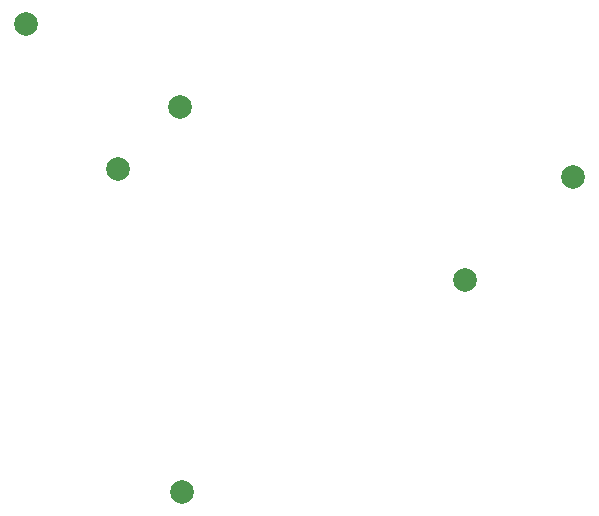
<source format=gbr>
%TF.GenerationSoftware,KiCad,Pcbnew,7.0.1-0*%
%TF.CreationDate,2023-04-14T08:17:47-04:00*%
%TF.ProjectId,WrightSpace,57726967-6874-4537-9061-63652e6b6963,v01*%
%TF.SameCoordinates,Original*%
%TF.FileFunction,Paste,Top*%
%TF.FilePolarity,Positive*%
%FSLAX46Y46*%
G04 Gerber Fmt 4.6, Leading zero omitted, Abs format (unit mm)*
G04 Created by KiCad (PCBNEW 7.0.1-0) date 2023-04-14 08:17:47*
%MOMM*%
%LPD*%
G01*
G04 APERTURE LIST*
%ADD10C,2.000000*%
G04 APERTURE END LIST*
D10*
%TO.C,J1*%
X136397957Y-92963990D03*
X149447658Y-100026468D03*
X144144690Y-105304999D03*
X149557845Y-132606094D03*
X182744616Y-105934395D03*
X173597100Y-114646315D03*
%TD*%
M02*

</source>
